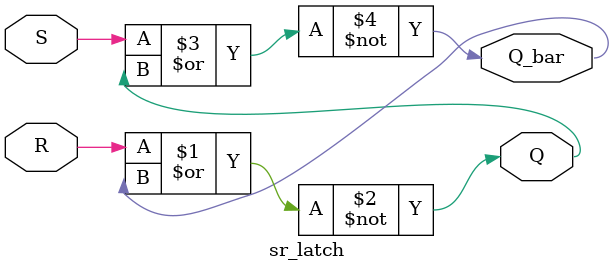
<source format=v>
module sr_latch(S,R, Q,Q_bar);
input S,R;
output Q, Q_bar;
    assign Q    = ~(R | Q_bar);
    assign Q_bar = ~(S | Q);
endmodule

</source>
